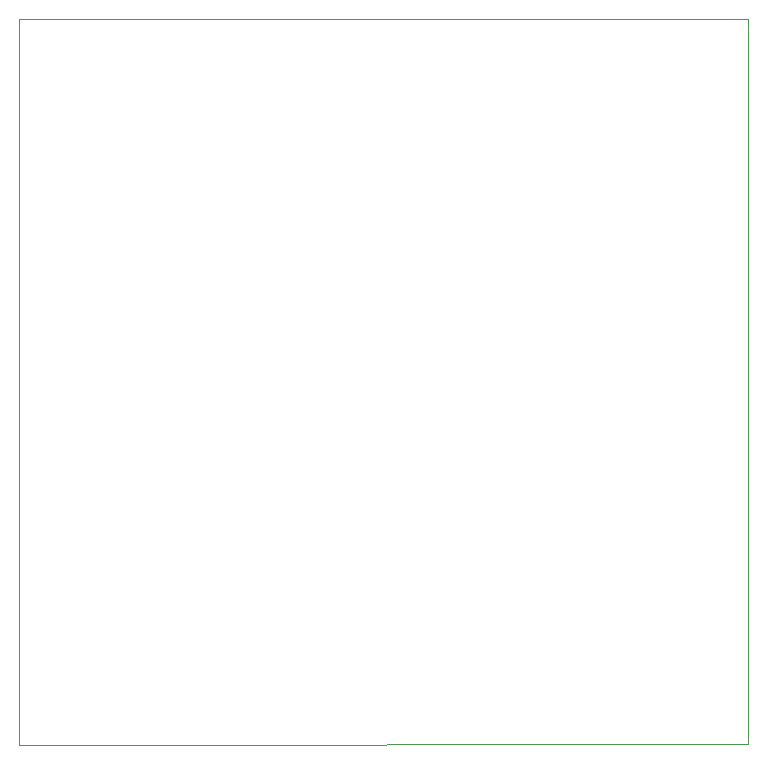
<source format=gm1>
G04 #@! TF.GenerationSoftware,KiCad,Pcbnew,(5.1.4)-1*
G04 #@! TF.CreationDate,2020-08-27T05:36:11+02:00*
G04 #@! TF.ProjectId,transmitter,7472616e-736d-4697-9474-65722e6b6963,v1.0*
G04 #@! TF.SameCoordinates,Original*
G04 #@! TF.FileFunction,Profile,NP*
%FSLAX46Y46*%
G04 Gerber Fmt 4.6, Leading zero omitted, Abs format (unit mm)*
G04 Created by KiCad (PCBNEW (5.1.4)-1) date 2020-08-27 05:36:11*
%MOMM*%
%LPD*%
G04 APERTURE LIST*
%ADD10C,0.050000*%
G04 APERTURE END LIST*
D10*
X203200000Y-80645000D02*
X203200000Y-19177000D01*
X264922000Y-80581500D02*
X203200000Y-80645000D01*
X264922000Y-19177000D02*
X264922000Y-80581500D01*
X203200000Y-19177000D02*
X264922000Y-19177000D01*
M02*

</source>
